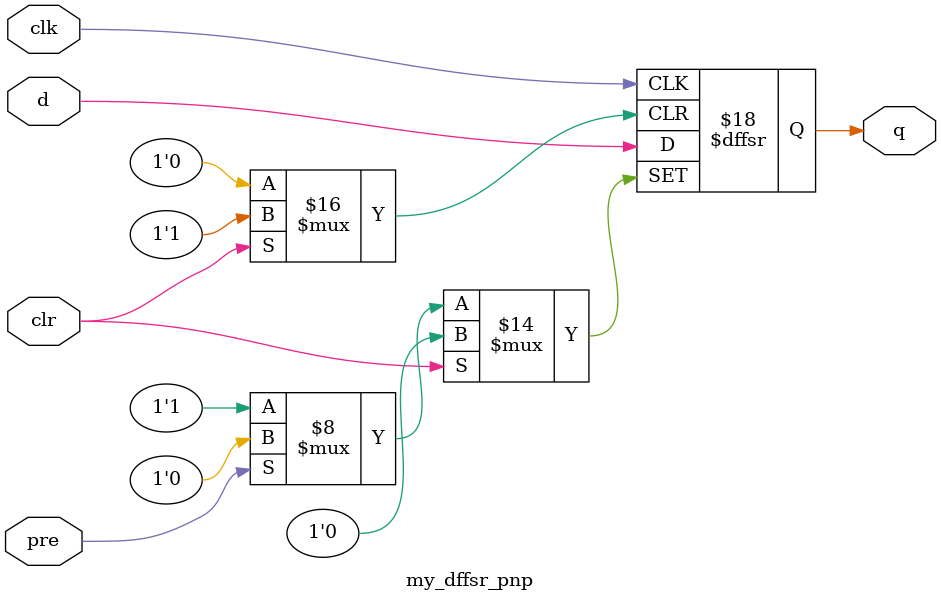
<source format=v>
module my_dffsr_pnp (
    input d,
    clk,
    pre,
    clr,
    output reg q
);
  initial q <= 1'b0;
  always @(posedge clk or negedge pre or posedge clr)
    if (!pre) q <= 1'b1;
    else if (clr) q <= 1'b0;
    else q <= d;
endmodule
</source>
